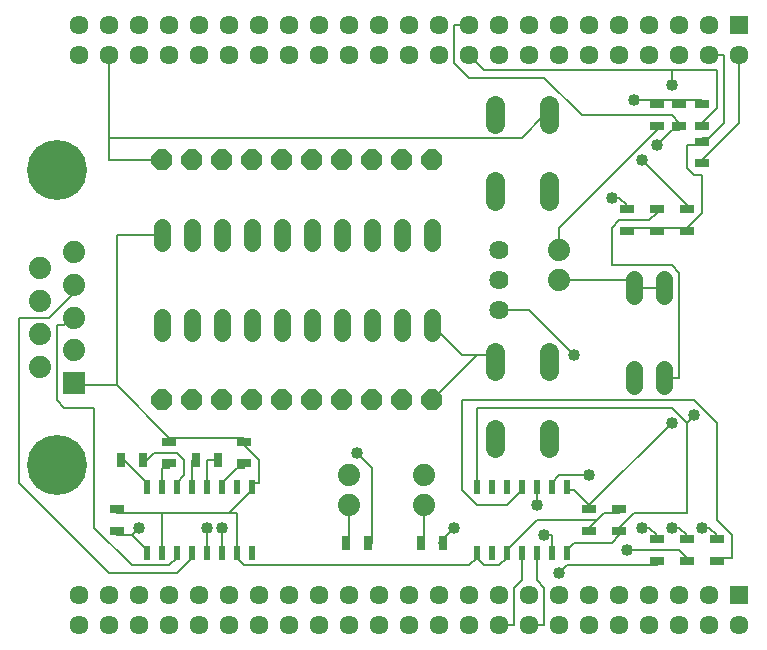
<source format=gbl>
G75*
G70*
%OFA0B0*%
%FSLAX24Y24*%
%IPPOS*%
%LPD*%
%AMOC8*
5,1,8,0,0,1.08239X$1,22.5*
%
%ADD10R,0.0634X0.0634*%
%ADD11C,0.0634*%
%ADD12R,0.0472X0.0315*%
%ADD13C,0.0560*%
%ADD14R,0.0236X0.0472*%
%ADD15C,0.0640*%
%ADD16C,0.0640*%
%ADD17C,0.0740*%
%ADD18R,0.0315X0.0472*%
%ADD19R,0.0740X0.0740*%
%ADD20C,0.2000*%
%ADD21OC8,0.0700*%
%ADD22C,0.0080*%
%ADD23C,0.0400*%
D10*
X029113Y002250D03*
X029113Y021250D03*
D11*
X007113Y001250D03*
X008113Y001250D03*
X009113Y001250D03*
X010113Y001250D03*
X011113Y001250D03*
X012113Y001250D03*
X013113Y001250D03*
X014113Y001250D03*
X015113Y001250D03*
X016113Y001250D03*
X017113Y001250D03*
X018113Y001250D03*
X019113Y001250D03*
X020113Y001250D03*
X021113Y001250D03*
X022113Y001250D03*
X023113Y001250D03*
X024113Y001250D03*
X025113Y001250D03*
X026113Y001250D03*
X027113Y001250D03*
X028113Y001250D03*
X029113Y001250D03*
X028113Y002250D03*
X027113Y002250D03*
X026113Y002250D03*
X025113Y002250D03*
X024113Y002250D03*
X023113Y002250D03*
X022113Y002250D03*
X021113Y002250D03*
X020113Y002250D03*
X019113Y002250D03*
X018113Y002250D03*
X017113Y002250D03*
X016113Y002250D03*
X015113Y002250D03*
X014113Y002250D03*
X013113Y002250D03*
X012113Y002250D03*
X011113Y002250D03*
X010113Y002250D03*
X009113Y002250D03*
X008113Y002250D03*
X007113Y002250D03*
X007113Y020250D03*
X008113Y020250D03*
X009113Y020250D03*
X010113Y020250D03*
X011113Y020250D03*
X012113Y020250D03*
X013113Y020250D03*
X014113Y020250D03*
X015113Y020250D03*
X016113Y020250D03*
X017113Y020250D03*
X018113Y020250D03*
X019113Y020250D03*
X020113Y020250D03*
X021113Y020250D03*
X022113Y020250D03*
X023113Y020250D03*
X024113Y020250D03*
X025113Y020250D03*
X026113Y020250D03*
X027113Y020250D03*
X028113Y020250D03*
X029113Y020250D03*
X028113Y021250D03*
X027113Y021250D03*
X026113Y021250D03*
X025113Y021250D03*
X024113Y021250D03*
X023113Y021250D03*
X022113Y021250D03*
X021113Y021250D03*
X020113Y021250D03*
X019113Y021250D03*
X018113Y021250D03*
X017113Y021250D03*
X016113Y021250D03*
X015113Y021250D03*
X014113Y021250D03*
X013113Y021250D03*
X012113Y021250D03*
X011113Y021250D03*
X010113Y021250D03*
X009113Y021250D03*
X008113Y021250D03*
X007113Y021250D03*
D12*
X025363Y015104D03*
X025363Y014396D03*
X026363Y014396D03*
X027363Y014396D03*
X027363Y015104D03*
X026363Y015104D03*
X027863Y016646D03*
X027863Y017354D03*
X027863Y017896D03*
X027113Y017896D03*
X026363Y017896D03*
X026363Y018604D03*
X027113Y018604D03*
X027863Y018604D03*
X012613Y007354D03*
X012613Y006646D03*
X010113Y006646D03*
X010113Y007354D03*
X008363Y005104D03*
X008363Y004396D03*
X024113Y004396D03*
X025113Y004396D03*
X025113Y005104D03*
X024113Y005104D03*
X026363Y004104D03*
X027363Y004104D03*
X027363Y003396D03*
X026363Y003396D03*
X028363Y003396D03*
X028363Y004104D03*
D13*
X026613Y009220D02*
X026613Y009780D01*
X025613Y009780D02*
X025613Y009220D01*
X025613Y012220D02*
X025613Y012780D01*
X026613Y012780D02*
X026613Y012220D01*
X018863Y011530D02*
X018863Y010970D01*
X017863Y010970D02*
X017863Y011530D01*
X016863Y011530D02*
X016863Y010970D01*
X015863Y010970D02*
X015863Y011530D01*
X014863Y011530D02*
X014863Y010970D01*
X013863Y010970D02*
X013863Y011530D01*
X012863Y011530D02*
X012863Y010970D01*
X011863Y010970D02*
X011863Y011530D01*
X010863Y011530D02*
X010863Y010970D01*
X009863Y010970D02*
X009863Y011530D01*
X009863Y013970D02*
X009863Y014530D01*
X010863Y014530D02*
X010863Y013970D01*
X011863Y013970D02*
X011863Y014530D01*
X012863Y014530D02*
X012863Y013970D01*
X013863Y013970D02*
X013863Y014530D01*
X014863Y014530D02*
X014863Y013970D01*
X015863Y013970D02*
X015863Y014530D01*
X016863Y014530D02*
X016863Y013970D01*
X017863Y013970D02*
X017863Y014530D01*
X018863Y014530D02*
X018863Y013970D01*
D14*
X020363Y005852D03*
X020863Y005852D03*
X021363Y005852D03*
X021863Y005852D03*
X022363Y005852D03*
X022863Y005852D03*
X023363Y005852D03*
X023363Y003648D03*
X022863Y003648D03*
X022363Y003648D03*
X021863Y003648D03*
X021363Y003648D03*
X020863Y003648D03*
X020363Y003648D03*
X012863Y003648D03*
X012363Y003648D03*
X011863Y003648D03*
X011363Y003648D03*
X010863Y003648D03*
X010363Y003648D03*
X009863Y003648D03*
X009363Y003648D03*
X009363Y005852D03*
X009863Y005852D03*
X010363Y005852D03*
X010863Y005852D03*
X011363Y005852D03*
X011863Y005852D03*
X012363Y005852D03*
X012863Y005852D03*
D15*
X020973Y007150D02*
X020973Y007790D01*
X022753Y007790D02*
X022753Y007150D01*
X022753Y009710D02*
X022753Y010350D01*
X020973Y010350D02*
X020973Y009710D01*
X020973Y015400D02*
X020973Y016040D01*
X022753Y016040D02*
X022753Y015400D01*
X022753Y017960D02*
X022753Y018600D01*
X020973Y018600D02*
X020973Y017960D01*
D16*
X021113Y013750D03*
X021113Y012750D03*
X021113Y011750D03*
D17*
X023113Y012750D03*
X023113Y013750D03*
X018613Y006250D03*
X018613Y005250D03*
X016113Y005250D03*
X016113Y006250D03*
X006922Y010409D03*
X005804Y009866D03*
X005804Y010957D03*
X006922Y011500D03*
X005804Y012043D03*
X006922Y012591D03*
X005804Y013134D03*
X006922Y013681D03*
D18*
X008509Y006750D03*
X009218Y006750D03*
X011009Y006750D03*
X011718Y006750D03*
X016009Y004000D03*
X016718Y004000D03*
X018509Y004000D03*
X019218Y004000D03*
D19*
X006922Y009319D03*
D20*
X006363Y006579D03*
X006363Y016421D03*
D21*
X009863Y016750D03*
X010863Y016750D03*
X011863Y016750D03*
X012863Y016750D03*
X013863Y016750D03*
X014863Y016750D03*
X015863Y016750D03*
X016863Y016750D03*
X017863Y016750D03*
X018863Y016750D03*
X018863Y008750D03*
X017863Y008750D03*
X016863Y008750D03*
X015863Y008750D03*
X014863Y008750D03*
X013863Y008750D03*
X012863Y008750D03*
X011863Y008750D03*
X010863Y008750D03*
X009863Y008750D03*
D22*
X010113Y007500D02*
X008363Y009250D01*
X008363Y014250D01*
X009863Y014250D01*
X007113Y012500D02*
X006922Y012591D01*
X007113Y012500D02*
X006113Y011500D01*
X005113Y011500D01*
X005113Y006000D01*
X008113Y003000D01*
X010363Y003000D01*
X010863Y003500D01*
X010863Y003648D01*
X011363Y003648D02*
X011363Y004500D01*
X011863Y004500D02*
X011863Y003648D01*
X012363Y003648D02*
X012363Y003500D01*
X012613Y003250D01*
X020113Y003250D01*
X020363Y003500D01*
X020363Y003648D01*
X020363Y003500D02*
X020613Y003250D01*
X021113Y003250D01*
X021363Y003500D01*
X021363Y003648D01*
X021363Y003750D01*
X022363Y004750D01*
X024363Y004750D01*
X024113Y004500D01*
X024113Y004396D01*
X023613Y004000D02*
X024863Y004000D01*
X025113Y004250D01*
X025113Y004396D01*
X025113Y004500D01*
X025613Y005000D01*
X027363Y005000D01*
X027363Y008000D01*
X027613Y008250D01*
X027363Y008000D02*
X026863Y008500D01*
X020363Y008500D01*
X020363Y005852D01*
X019863Y005750D02*
X019863Y008750D01*
X027613Y008750D01*
X028363Y008000D01*
X028363Y004750D01*
X028863Y004250D01*
X028863Y003500D01*
X028363Y003500D01*
X028363Y003396D01*
X028363Y004104D02*
X028363Y004250D01*
X028113Y004500D01*
X027863Y004500D01*
X027363Y004250D02*
X027363Y004104D01*
X027363Y004250D02*
X027113Y004500D01*
X026863Y004500D01*
X026363Y004250D02*
X026363Y004104D01*
X026363Y004250D02*
X026113Y004500D01*
X025863Y004500D01*
X025113Y005000D02*
X025113Y005104D01*
X025113Y005000D02*
X024613Y005000D01*
X024363Y004750D01*
X024113Y005104D02*
X024113Y005250D01*
X026863Y008000D01*
X026613Y009500D02*
X027113Y009500D01*
X027113Y013000D01*
X026863Y013250D01*
X024863Y013250D01*
X024863Y014500D01*
X025113Y014750D01*
X026113Y014750D01*
X026363Y015000D01*
X026363Y015104D01*
X027363Y015104D02*
X027363Y015250D01*
X025863Y016750D01*
X026363Y017250D02*
X026863Y017750D01*
X027113Y017750D01*
X027113Y017896D01*
X027113Y018000D01*
X026863Y018250D01*
X023863Y018250D01*
X022613Y019500D01*
X020113Y019500D01*
X019613Y020000D01*
X019613Y021250D01*
X020113Y021250D01*
X020113Y020250D02*
X020613Y019750D01*
X026863Y019750D01*
X026863Y019250D01*
X026863Y019750D02*
X028363Y019750D01*
X028363Y018500D01*
X027863Y018000D01*
X027863Y017896D01*
X027863Y017500D02*
X027863Y017354D01*
X027863Y017250D01*
X027363Y017250D01*
X027363Y016500D01*
X027613Y016250D01*
X027863Y016250D01*
X027863Y015000D01*
X027363Y014500D01*
X027363Y014396D01*
X027363Y014500D02*
X026363Y014500D01*
X026363Y014396D01*
X026363Y014500D02*
X025363Y014500D01*
X025363Y014396D01*
X025363Y015104D02*
X025363Y015250D01*
X025113Y015500D01*
X024863Y015500D01*
X023113Y014500D02*
X023113Y013750D01*
X023113Y014500D02*
X026363Y017750D01*
X026363Y017896D01*
X026363Y018604D02*
X026363Y018750D01*
X025613Y018750D01*
X026363Y018750D02*
X027113Y018750D01*
X027113Y018604D01*
X027113Y018750D02*
X027863Y018750D01*
X027863Y018604D01*
X028613Y018000D02*
X028613Y020250D01*
X028113Y020250D01*
X029113Y020250D02*
X029113Y018000D01*
X027863Y016750D01*
X027863Y016646D01*
X027863Y017500D02*
X028113Y017500D01*
X028613Y018000D01*
X022753Y018280D02*
X022613Y018250D01*
X021863Y017500D01*
X008113Y017500D01*
X008113Y020250D01*
X008113Y017500D02*
X008113Y016750D01*
X009863Y016750D01*
X006922Y011500D02*
X006863Y011500D01*
X006613Y011250D01*
X006363Y011250D01*
X006363Y008750D01*
X006613Y008500D01*
X007613Y008500D01*
X007613Y004500D01*
X008863Y003250D01*
X010113Y003250D01*
X010363Y003500D01*
X010363Y003648D01*
X009863Y003648D02*
X009863Y005000D01*
X012113Y005000D01*
X012863Y005750D01*
X012863Y005852D01*
X012863Y006000D01*
X013113Y006000D01*
X013113Y006750D01*
X012613Y007250D01*
X012613Y007354D01*
X012613Y007500D01*
X010113Y007500D01*
X010113Y007354D01*
X010363Y007000D02*
X009613Y007000D01*
X009363Y006750D01*
X009218Y006750D01*
X008613Y006750D02*
X008509Y006750D01*
X008613Y006750D02*
X009363Y006000D01*
X009363Y005852D01*
X009863Y005852D02*
X009863Y006500D01*
X010113Y006500D01*
X010113Y006646D01*
X010363Y007000D02*
X010613Y006750D01*
X010613Y006250D01*
X010363Y006000D01*
X010363Y005852D01*
X010863Y005852D02*
X010863Y006750D01*
X011009Y006750D01*
X011363Y006750D02*
X011718Y006750D01*
X011363Y006750D02*
X011363Y005852D01*
X011863Y005852D02*
X011863Y006000D01*
X012363Y006500D01*
X012613Y006500D01*
X012613Y006646D01*
X012363Y005000D02*
X012113Y005000D01*
X012363Y005000D02*
X012363Y003648D01*
X009863Y005000D02*
X008363Y005000D01*
X008363Y005104D01*
X009113Y004500D02*
X008863Y004250D01*
X008363Y004250D01*
X008363Y004396D01*
X008863Y004250D02*
X009363Y003750D01*
X009363Y003648D01*
X016009Y004000D02*
X016113Y004000D01*
X016113Y005250D01*
X016718Y004000D02*
X016863Y004000D01*
X016863Y006500D01*
X016363Y007000D01*
X018613Y005250D02*
X018613Y004000D01*
X018509Y004000D01*
X019113Y004000D02*
X019218Y004000D01*
X019113Y004000D02*
X019613Y004500D01*
X020363Y005250D02*
X019863Y005750D01*
X020363Y005250D02*
X021363Y005250D01*
X021863Y005750D01*
X021863Y005852D01*
X022363Y005852D02*
X022363Y005250D01*
X023363Y005750D02*
X023363Y005852D01*
X023363Y005750D02*
X023613Y005750D01*
X024113Y005250D01*
X022863Y005852D02*
X022863Y006000D01*
X023113Y006250D01*
X024113Y006250D01*
X022863Y004250D02*
X022613Y004250D01*
X022863Y004250D02*
X022863Y003648D01*
X022363Y003648D02*
X022363Y002750D01*
X022613Y002500D01*
X022613Y001250D01*
X022113Y001250D01*
X021613Y001250D02*
X021113Y001250D01*
X021613Y001250D02*
X021613Y002500D01*
X021863Y002750D01*
X021863Y003648D01*
X023113Y003000D02*
X023363Y003250D01*
X026363Y003250D01*
X026363Y003396D01*
X027113Y003750D02*
X027363Y003500D01*
X027363Y003396D01*
X027113Y003750D02*
X025363Y003750D01*
X023613Y004000D02*
X023363Y003750D01*
X023363Y003648D01*
X018863Y008750D02*
X020363Y010250D01*
X019863Y010250D01*
X018863Y011250D01*
X020363Y010250D02*
X020863Y010250D01*
X020973Y010030D01*
X022113Y011750D02*
X023613Y010250D01*
X022113Y011750D02*
X021113Y011750D01*
X023113Y012750D02*
X025363Y012750D01*
X025613Y012500D01*
X026613Y012500D01*
X008363Y009250D02*
X007113Y009250D01*
X006922Y009319D01*
D23*
X009113Y004500D03*
X011363Y004500D03*
X011863Y004500D03*
X016363Y007000D03*
X019613Y004500D03*
X022363Y005250D03*
X022613Y004250D03*
X023113Y003000D03*
X025363Y003750D03*
X025863Y004500D03*
X026863Y004500D03*
X027863Y004500D03*
X024113Y006250D03*
X026863Y008000D03*
X027613Y008250D03*
X023613Y010250D03*
X024863Y015500D03*
X025863Y016750D03*
X026363Y017250D03*
X025613Y018750D03*
X026863Y019250D03*
M02*

</source>
